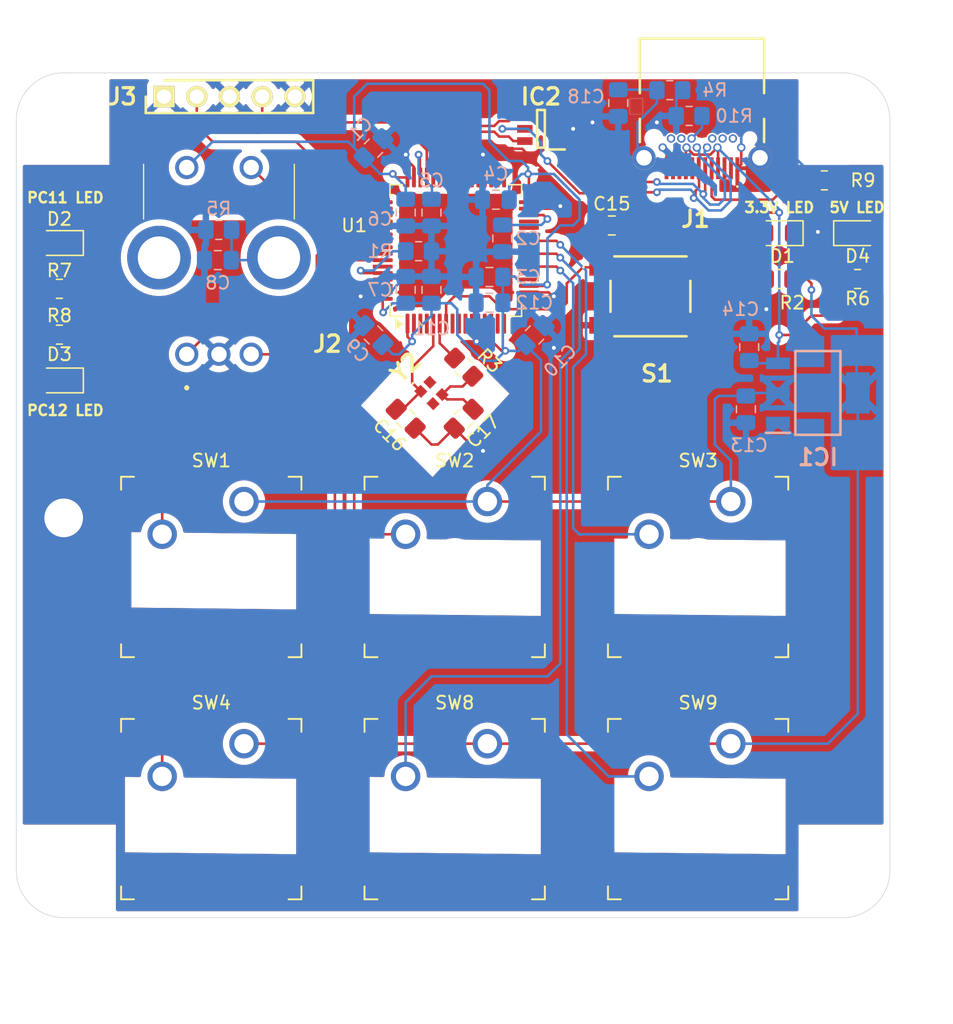
<source format=kicad_pcb>
(kicad_pcb (version 20240108) (generator "pcbnew") (generator_version "8.0")
  (layers (0 "F.Cu" signal) (31 "B.Cu" signal) (34 "B.Paste" user) (35 "F.Paste" user) (36 "B.SilkS" user "B.Silkscreen") (37 "F.SilkS" user "F.Silkscreen") (38 "B.Mask" user) (39 "F.Mask" user) (44 "Edge.Cuts" user))
  (net 0 "")
  (net 1 "GND")
  (net 2 "VBAT")
  (net 3 "VCAP1")
  (net 4 "VCAP2")
  (net 5 "+5V")
  (net 6 "PH0{slash}OSC IN")
  (net 7 "Net-(Y2-XTAL_2)")
  (net 8 "Net-(C18-Pad1)")
  (net 9 "Net-(U1-BOOT0)")
  (net 10 "PH1{slash}OSC OUT")
  (net 11 "USB+")
  (net 12 "PA13{slash}SWDIO")
  (net 13 "USB-")
  (net 14 "PA14{slash}SWCLK")
  (net 47 "D+")
  (net 48 "D-")
  (net 50 "Net-(C8-Pad1)")
  (net 65 "Net-(D1-A)")
  (net 66 "Net-(D2-A)")
  (net 67 "Net-(D3-A)")
  (net 68 "Net-(D4-A)")
  (net 71 "Net-(J1-CC2)")
  (net 72 "Net-(J1-CC1)")
  (net 73 "nRST")
  (net 74 "PB4{slash}Rotary B")
  (net 75 "PB3{slash}Rotary A")
  (net 76 "PA15{slash}Rotary SW")
  (net 77 "PC11{slash}Debug PC11")
  (net 78 "PC12{slash}Debug PC12")
  (net 79 "PB5{slash}Key 1")
  (net 80 "PB9{slash}Key 2")
  (net 81 "PB6{slash}Key 4")
  (net 82 "PA6{slash}Key 5")
  (net 83 "PC4{slash}Key 6")
  (net 84 "PB0{slash}Key 3")
  (footprint "LED_SMD:LED_0805_2012Metric_Pad1.15x1.40mm_HandSolder" (layer "F.Cu") (at 116.586001 38.1)
    (property "Reference" "D4")
    (property "Value" "LED" (hide yes))
  )
  (footprint "Resistor_SMD:R_0805_2012Metric_Pad1.20x1.40mm_HandSolder" (layer "F.Cu") (at 54.61 42.418 180)
    (property "Reference" "R7")
    (property "Value" "220" (hide yes))
  )
  (footprint "CustomFootprints:SW_MX" (layer "F.Cu") (at 66.402 82.804)
    (property "Reference" "SW4")
    (property "Value" "SW_Push" (hide yes))
  )
  (footprint "MountingHole:MountingHole_3.2mm_M3" (layer "F.Cu") (at 115.422999 87.559152)
    (property "Reference" "REF**" (hide yes))
    (property "Value" "MountingHole_3.2mm_M3" (hide yes))
  )
  (footprint "CustomFootprints:SOT95P280X145-6N" (layer "F.Cu") (at 92 30 180)
    (property "Reference" "IC2")
    (property "Value" "USBLC6-2SC6" (hide yes))
  )
  (footprint "CustomFootprints:SW_MX" (layer "F.Cu") (at 85.302 82.804)
    (property "Reference" "SW8")
    (property "Value" "SW_Push" (hide yes))
  )
  (footprint "LED_SMD:LED_0805_2012Metric_Pad1.15x1.40mm_HandSolder" (layer "F.Cu") (at 54.61 38.862 180)
    (property "Reference" "D2")
    (property "Value" "LED" (hide yes))
  )
  (footprint "Capacitor_SMD:C_0805_2012Metric_Pad1.18x1.45mm_HandSolder" (layer "F.Cu") (at 97.5 37.5)
    (property "Reference" "C15")
    (property "Value" "0.1u" (hide yes))
  )
  (footprint "CustomFootprints:HDRV5W64P0X254_1X5_1270X254X854P" (layer "F.Cu") (at 62.738 27.5)
    (property "Reference" "J3")
    (property "Value" "61300511121" (hide yes))
  )
  (footprint "Resistor_SMD:R_0805_2012Metric_Pad1.20x1.40mm_HandSolder" (layer "F.Cu") (at 54.61 45.974 180)
    (property "Reference" "R8")
    (property "Value" "220" (hide yes))
  )
  (footprint "CustomFootprints:222AMVBAR" (layer "F.Cu") (at 100.5 43)
    (property "Reference" "S1")
    (property "Value" "222AMVBAR" (hide yes))
  )
  (footprint "MountingHole:MountingHole_3.2mm_M3" (layer "F.Cu") (at 115.422995 29.32165)
    (property "Reference" "REF**" (hide yes))
    (property "Value" "MountingHole_3.2mm_M3" (hide yes))
  )
  (footprint "CustomFootprints:XRCGB" (layer "F.Cu") (at 83.5 50.5 -45)
    (property "Reference" "Y2")
    (property "Value" "XRCGB25M000FAN00R0" (hide yes))
  )
  (footprint "Resistor_SMD:R_0805_2012Metric_Pad1.20x1.40mm_HandSolder" (layer "F.Cu") (at 86 48.5 135)
    (property "Reference" "R3")
    (property "Value" "330" (hide yes))
  )
  (footprint "MountingHole:MountingHole_3.2mm_M3" (layer "F.Cu") (at 54.934849 87.559155)
    (property "Reference" "REF**" (hide yes))
    (property "Value" "MountingHole_3.2mm_M3" (hide yes))
  )
  (footprint "Capacitor_SMD:C_0805_2012Metric_Pad1.18x1.45mm_HandSolder" (layer "F.Cu") (at 86 52.5 -135)
    (property "Reference" "C17")
    (property "Value" "10p" (hide yes))
  )
  (footprint "CustomFootprints:EN11HSM1BF20" (layer "F.Cu") (at 64.5 47.5)
    (property "Reference" "J2")
    (property "Value" "EN11-HSM1BF20" (hide yes))
  )
  (footprint "CustomFootprints:SW_MX" (layer "F.Cu") (at 66.402 64.008)
    (property "Reference" "SW1")
    (property "Value" "SW_Push" (hide yes))
  )
  (footprint "Resistor_SMD:R_0805_2012Metric_Pad1.20x1.40mm_HandSolder" (layer "F.Cu") (at 116.586 41.656)
    (property "Reference" "R6")
    (property "Value" "330" (hide yes))
  )
  (footprint "CustomFootprints:SW_MX" (layer "F.Cu") (at 104.202 82.804)
    (property "Reference" "SW9")
    (property "Value" "SW_Push" (hide yes))
  )
  (footprint "Resistor_SMD:R_0805_2012Metric_Pad1.20x1.40mm_HandSolder" (layer "F.Cu") (at 110.49 41.656 180)
    (property "Reference" "R2")
    (property "Value" "220" (hide yes))
  )
  (footprint "MountingHole:MountingHole_3.2mm_M3" (layer "F.Cu") (at 54.864 29.21)
    (property "Reference" "REF**" (hide yes))
    (property "Value" "MountingHole_3.2mm_M3" (hide yes))
  )
  (footprint "Package_QFP:LQFP-64_10x10mm_P0.5mm" (layer "F.Cu") (at 85.388 39.445 90)
    (property "Reference" "U1")
    (property "Value" "STM32H7A3RGTx" (hide yes))
  )
  (footprint "CustomFootprints:UJ32CHGH2SMTTR" (layer "F.Cu") (at 104.5 28 180)
    (property "Reference" "J1")
    (property "Value" "UJ32-C-H-G-H2-SMT-TR" (hide yes))
  )
  (footprint "Resistor_SMD:R_0805_2012Metric_Pad1.20x1.40mm_HandSolder" (layer "F.Cu") (at 114 34)
    (property "Reference" "R9")
    (property "Value" "5.1k" (hide yes))
  )
  (footprint "LED_SMD:LED_0805_2012Metric_Pad1.15x1.40mm_HandSolder" (layer "F.Cu") (at 54.61 49.53 180)
    (property "Reference" "D3")
    (property "Value" "LED" (hide yes))
  )
  (footprint "CustomFootprints:SW_MX" (layer "F.Cu") (at 85.302 64.008)
    (property "Reference" "SW2")
    (property "Value" "SW_Push" (hide yes))
  )
  (footprint "Capacitor_SMD:C_0805_2012Metric_Pad1.18x1.45mm_HandSolder" (layer "F.Cu") (at 81.5 52.5 -45)
    (property "Reference" "C16")
    (property "Value" "10p" (hide yes))
  )
  (footprint "LED_SMD:LED_0805_2012Metric_Pad1.15x1.40mm_HandSolder" (layer "F.Cu") (at 110.49 38.1 180)
    (property "Reference" "D1")
    (property "Value" "LED" (hide yes))
  )
  (footprint "CustomFootprints:SW_MX" (layer "F.Cu") (at 104.202 64.008)
    (property "Reference" "SW3")
    (property "Value" "SW_Push" (hide yes))
  )
  (footprint "Capacitor_SMD:C_0805_2012Metric_Pad1.18x1.45mm_HandSolder" (layer "B.Cu") (at 88.5 35.5 180)
    (property "Reference" "C4")
    (property "Value" "100n" (hide yes))
  )
  (footprint "Capacitor_SMD:C_0805_2012Metric_Pad1.18x1.45mm_HandSolder" (layer "B.Cu") (at 79 31.5 45)
    (property "Reference" "C1")
    (property "Value" "4.7u" (hide yes))
  )
  (footprint "Capacitor_SMD:C_0805_2012Metric_Pad1.18x1.45mm_HandSolder" (layer "B.Cu") (at 81.5 36.5 -90)
    (property "Reference" "C6")
    (property "Value" "100n" (hide yes))
  )
  (footprint "Resistor_SMD:R_0805_2012Metric_Pad1.20x1.40mm_HandSolder" (layer "B.Cu") (at 102 27)
    (property "Reference" "R4")
    (property "Value" "1M" (hide yes))
  )
  (footprint "Capacitor_SMD:C_0805_2012Metric_Pad1.18x1.45mm_HandSolder" (layer "B.Cu") (at 79 46 135)
    (property "Reference" "C9")
    (property "Value" "1u" (hide yes))
  )
  (footprint "Capacitor_SMD:C_0805_2012Metric_Pad1.18x1.45mm_HandSolder" (layer "B.Cu") (at 107.911999 51.769999 -90)
    (property "Reference" "C13")
    (property "Value" "22u" (hide yes))
  )
  (footprint "Capacitor_SMD:C_0805_2012Metric_Pad1.18x1.45mm_HandSolder" (layer "B.Cu") (at 88 43.5 180)
    (property "Reference" "C12")
    (property "Value" "100n" (hide yes))
  )
  (footprint "Capacitor_SMD:C_0805_2012Metric_Pad1.18x1.45mm_HandSolder" (layer "B.Cu") (at 108.166 46.944 90)
    (property "Reference" "C14")
    (property "Value" "10u" (hide yes))
  )
  (footprint "Capacitor_SMD:C_0805_2012Metric_Pad1.18x1.45mm_HandSolder" (layer "B.Cu") (at 89 38.5 -90)
    (property "Reference" "C2")
    (property "Value" "100n" (hide yes))
  )
  (footprint "Capacitor_SMD:C_0805_2012Metric_Pad1.18x1.45mm_HandSolder" (layer "B.Cu") (at 83.5 42.5 90)
    (property "Reference" "C11")
    (property "Value" "100n" (hide yes))
  )
  (footprint "CustomFootprints:SOT230P700X180-4N" (layer "B.Cu") (at 113.5 50.5)
    (property "Reference" "IC1")
    (property "Value" "AZ1117IH-3.3TRG1" (hide yes))
  )
  (footprint "Capacitor_SMD:C_0805_2012Metric_Pad1.18x1.45mm_HandSolder" (layer "B.Cu") (at 83.5 36.5 -90)
    (property "Reference" "C5")
    (property "Value" "100n" (hide yes))
  )
  (footprint "Capacitor_SMD:C_0805_2012Metric_Pad1.18x1.45mm_HandSolder" (layer "B.Cu") (at 91.5 46 45)
    (property "Reference" "C10")
    (property "Value" "1u" (hide yes))
  )
  (footprint "Capacitor_SMD:C_0805_2012Metric_Pad1.18x1.45mm_HandSolder" (layer "B.Cu") (at 66.912 40.192 180)
    (property "Reference" "C8")
    (property "Value" "2.2n" (hide yes))
  )
  (footprint "Resistor_SMD:R_0805_2012Metric_Pad1.20x1.40mm_HandSolder" (layer "B.Cu") (at 103.5 29 180)
    (property "Reference" "R10")
    (property "Value" "5.1k" (hide yes))
  )
  (footprint "Capacitor_SMD:C_0805_2012Metric_Pad1.18x1.45mm_HandSolder" (layer "B.Cu") (at 81.5 42.5 90)
    (property "Reference" "C7")
    (property "Value" "100n" (hide yes))
  )
  (footprint "Resistor_SMD:R_0805_2012Metric_Pad1.20x1.40mm_HandSolder" (layer "B.Cu") (at 82.5 39.5)
    (property "Reference" "R1")
    (property "Value" "10k" (hide yes))
  )
  (footprint "Capacitor_SMD:C_0805_2012Metric_Pad1.18x1.45mm_HandSolder" (layer "B.Cu") (at 98 28 -90)
    (property "Reference" "C18")
    (property "Value" "2.2n" (hide yes))
  )
  (footprint "Capacitor_SMD:C_0805_2012Metric_Pad1.18x1.45mm_HandSolder" (layer "B.Cu") (at 88 41.5 180)
    (property "Reference" "C3")
    (property "Value" "100n" (hide yes))
  )
  (footprint "Resistor_SMD:R_0805_2012Metric_Pad1.20x1.40mm_HandSolder" (layer "B.Cu") (at 66.984 37.848 180)
    (property "Reference" "R5")
    (property "Value" "1M" (hide yes))
  )
  (gr_line (start 54.959132 25.654) (end 115.447995 25.654) (stroke (width 0.05)) (layer "Edge.Cuts"))
  (gr_arc (start 115.447995 25.654) (mid 118.033843 26.745654) (end 119.09065 29.345939) (stroke (width 0.05)) (layer "Edge.Cuts"))
  (gr_arc (start 54.909848 91.226807) (mid 52.324 90.135152) (end 51.267193 87.534868) (stroke (width 0.05)) (layer "Edge.Cuts"))
  (gr_arc (start 119.09065 87.584152) (mid 117.998995 90.17) (end 115.398711 91.226807) (stroke (width 0.05)) (layer "Edge.Cuts"))
  (gr_arc (start 51.267193 29.296655) (mid 52.358847 26.710806) (end 54.959132 25.654) (stroke (width 0.05)) (layer "Edge.Cuts"))
  (gr_line (start 119.09065 29.345939) (end 119.09065 87.584152) (stroke (width 0.05)) (layer "Edge.Cuts"))
  (gr_line (start 115.398711 91.226807) (end 54.909848 91.226807) (stroke (width 0.05)) (layer "Edge.Cuts"))
  (gr_line (start 51.267193 87.534868) (end 51.267193 29.296655) (stroke (width 0.05)) (layer "Edge.Cuts"))
  (gr_text "3.3V LED" (at 107.696 36.576 0) (layer "F.SilkS") (effects (font (size 0.8 0.8) (thickness 0.1875) (bold yes)) (justify left bottom)))
  (gr_text "PC11 LED" (at 52 35.814 0) (layer "F.SilkS") (effects (font (size 0.8 0.8) (thickness 0.1875) (bold yes)) (justify left bottom)))
  (gr_text "PC12 LED" (at 52 52.324 0) (layer "F.SilkS") (effects (font (size 0.8 0.8) (thickness 0.1875) (bold yes)) (justify left bottom)))
  (gr_text "5V LED" (at 114.3 36.576 0) (layer "F.SilkS") (effects (font (size 0.8 0.8) (thickness 0.1875) (bold yes)) (justify left bottom)))
  (segment (start 93.25 30) (end 94.5 30) (width 0.2) (layer "F.Cu") (net 1))
  (segment (start 82.138 32.96259) (end 82.138 33.77) (width 0.2) (layer "F.Cu") (net 1))
  (segment (start 96.525 45.25) (end 96.525 46.525) (width 0.2) (layer "F.Cu") (net 1))
  (segment (start 82.233623 53.233623) (end 83.5 54.5) (width 0.2) (layer "F.Cu") (net 1))
  (segment (start 83.5 54.5) (end 84 54.5) (width 0.2) (layer "F.Cu") (net 1))
  (segment (start 81.5 32) (end 81.5 32.32459) (width 0.2) (layer "F.Cu") (net 1))
  (segment (start 92.805 36.195) (end 91.063 36.195) (width 0.2) (layer "F.Cu") (net 1))
  (segment (start 115.561002 38.1) (end 115.561002 36.061002) (width 0.2) (layer "F.Cu") (net 1))
  (segment (start 55.634999 59.505708) (end 54.944022 60.196685) (width 0.2) (layer "F.Cu") (net 1))
  (segment (start 101.75 33.06) (end 101.75 31.75) (width 0.2) (layer "F.Cu") (net 1))
  (segment (start 89.8 31.5) (end 89.85 31.55) (width 0.2) (layer "F.Cu") (net 1))
  (segment (start 111.514999 38.1) (end 115.561002 38.1) (width 0.2) (layer "F.Cu") (net 1))
  (segment (start 114 43) (end 113.5 43.5) (width 0.2) (layer "F.Cu") (net 1))
  (segment (start 55.61 49.505) (end 55.635 49.53) (width 0.2) (layer "F.Cu") (net 1))
  (segment (start 114 42) (end 114 43) (width 0.2) (layer "F.Cu") (net 1))
  (segment (start 96.525 46.525) (end 97.5 47.5) (width 0.2) (layer "F.Cu") (net 1))
  (segment (start 92.596471 42.695) (end 92.901471 43) (width 0.2) (layer "F.Cu") (net 1))
  (segment (start 90.55 31.55) (end 93.5 34.5) (width 0.2) (layer "F.Cu") (net 1))
  (segment (start 87.032754 55) (end 87.5 55) (width 0.2) (layer "F.Cu") (net 1))
  (segment (start 87.138 45.12) (end 87.138 46.362) (width 0.2) (layer "F.Cu") (net 1))
  (segment (start 101 29.5) (end 99.5 29.5) (width 0.2) (layer "F.Cu") (net 1))
  (segment (start 78 43) (end 78.305 42.695) (width 0.2) (layer "F.Cu") (net 1))
  (segment (start 101.75 31.75) (end 101.45 31.45) (width 0.2) (layer "F.Cu") (net 1))
  (segment (start 98.5375 36.5375) (end 98.5375 37.5) (width 0.2) (layer "F.Cu") (net 1))
  (segment (start 107.25 33.06) (end 107.55 32.76) (width 0.2) (layer "F.Cu") (net 1))
  (segment (start 78.305 42.695) (end 79.713 42.695) (width 0.2) (layer "F.Cu") (net 1))
  (segment (start 93 47) (end 94.75 45.25) (width 0.2) (layer "F.Cu") (net 1))
  (segment (start 97.5 47.5) (end 103 47.5) (width 0.2) (layer "F.Cu") (net 1))
  (segment (start 89.85 31.55) (end 90.55 31.55) (width 0.2) (layer "F.Cu") (net 1))
  (segment (start 93.5 34.5) (end 93.5 36) (width 0.2) (layer "F.Cu") (net 1))
  (segment (start 96.5 30) (end 96 29.5) (width 0.2) (layer "F.Cu") (net 1))
  (segment (start 93 36) (end 92.805 36.195) (width 0.2) (layer "F.Cu") (net 1))
  (segment (start 93 36) (end 98 36) (width 0.2) (layer "F.Cu") (net 1))
  (segment (start 115 35.5) (end 115 34) (width 0.2) (layer "F.Cu") (net 1))
  (segment (start 91.063 42.695) (end 92.596471 42.695) (width 0.2) (layer "F.Cu") (net 1))
  (segment (start 88 31.5) (end 89.8 31.5) (width 0.2) (layer "F.Cu") (net 1))
  (segment (start 104.475 46.025) (end 104.475 45.25) (width 0.2) (layer "F.Cu") (net 1))
  (segment (start 115.561002 36.061002) (end 115 35.5) (width 0.2) (layer "F.Cu") (net 1))
  (segment (start 94.75 45.25) (end 96.525 45.25) (width 0.2) (layer "F.Cu") (net 1))
  (segment (start 103 47.5) (end 104.475 46.025) (width 0.2) (layer "F.Cu") (net 1))
  (segment (start 85.266377 53.233623) (end 87.032754 55) (width 0.2) (layer "F.Cu") (net 1))
  (segment (start 87.5 32) (end 88 31.5) (width 0.2) (layer "F.Cu") (net 1))
  (segment (start 99 30) (end 96.5 30) (width 0.2) (layer "F.Cu") (net 1))
  (segment (start 98 36) (end 98.5375 36.5375) (width 0.2) (layer "F.Cu") (net 1))
  (segment (start 113.5 41.5) (end 113.5 38) (width 0.2) (layer "F.Cu") (net 1))
  (segment (start 92.901471 43) (end 93 43) (width 0.2) (layer "F.Cu") (net 1))
  (segment (start 107.55 32.76) (end 107.55 31.45) (width 0.2) (layer "F.Cu") (net 1))
  (segment (start 99.5 29.5) (end 99 30) (width 0.2) (layer "F.Cu") (net 1))
  (segment (start 113.5 43.5) (end 110 43.5) (width 0.2) (layer "F.Cu") (net 1))
  (segment (start 87.138 46.362) (end 87 46.5) (width 0.2) (layer "F.Cu") (net 1))
  (segment (start 114 42) (end 113.5 41.5) (width 0.2) (layer "F.Cu") (net 1))
  (segment (start 81.5 32.32459) (end 82.138 32.96259) (width 0.2) (layer "F.Cu") (net 1))
  (segment (start 84 54.5) (end 85.266377 53.233623) (width 0.2) (layer "F.Cu") (net 1))
  (segment (start 110 43.5) (end 109.5 44) (width 0.2) (layer "F.Cu") (net 1))
  (segment (start 55.634999 49.53) (end 55.634999 59.505708) (width 0.2) (layer "F.Cu") (net 1))
  (via (at 81.5 32) (size 0.6) (drill 0.3) (layers "F.Cu" "B.Cu") (net 1))
  (via (at 113.5 38) (size 0.6) (drill 0.3) (layers "F.Cu" "B.Cu") (net 1))
  (via (at 54.944022 60.196685) (size 6) (drill 3) (layers "F.Cu" "B.Cu") (net 1))
  (via (at 96 29.5) (size 0.6) (drill 0.3) (layers "F.Cu" "B.Cu") (net 1))
  (via (at 109.5 44) (size 0.6) (drill 0.3) (layers "F.Cu" "B.Cu") (net 1))
  (via (at 101 29.5) (size 0.6) (drill 0.3) (layers "F.Cu" "B.Cu") (net 1))
  (via (at 93 43) (size 0.6) (drill 0.3) (layers "F.Cu" "B.Cu") (net 1))
  (via (at 87 46.5) (size 0.6) (drill 0.3) (layers "F.Cu" "B.Cu") (net 1))
  (via (at 93 47) (size 0.6) (drill 0.3) (layers "F.Cu" "B.Cu") (net 1))
  (via (at 87.5 55) (size 0.6) (drill 0.3) (layers "F.Cu" "B.Cu") (net 1))
  (via (at 94.5 30) (size 0.6) (drill 0.3) (layers "F.Cu" "B.Cu") (net 1))
  (via (at 93.5 36) (size 0.6) (drill 0.3) (layers "F.Cu" "B.Cu") (net 1))
  (via (at 87.5 32) (size 0.6) (drill 0.3) (layers "F.Cu" "B.Cu") (net 1))
  (via (at 78 43) (size 0.6) (drill 0.3) (layers "F.Cu" "B.Cu") (net 1))
  (segment (start 93 44.5) (end 93 43) (width 0.2) (layer "B.Cu") (net 1))
  (segment (start 80.4625 42.5) (end 81.5 41.4625) (width 0.2) (layer "B.Cu") (net 1))
  (segment (start 109.575 30.075) (end 113.5 34) (width 0.2) (layer "B.Cu") (net 1))
  (segment (start 84.9625 37.5375) (end 85.5 37) (width 0.2) (layer "B.Cu") (net 1))
  (segment (start 86.9625 41.5) (end 86.9625 40.5375) (width 0.2) (layer "B.Cu") (net 1))
  (segment (start 81.5 37.5375) (end 83.5 37.5375) (width 0.2) (layer "B.Cu") (net 1))
  (segment (start 86.9625 43.5) (end 86.9625 46.4625) (width 0.2) (layer "B.Cu") (net 1))
  (segment (start 85.5 36.5) (end 86.5 35.5) (width 0.2) (layer "B.Cu") (net 1))
  (segment (start 107.55 30.372) (end 107.847 30.075) (width 0.2) (layer "B.Cu") (net 1))
  (segment (start 80.967246 32) (end 81.5 32) (width 0.2) (layer "B.Cu") (net 1))
  (segment (start 102.5 29) (end 102.5 27.5) (width 0.2) (layer "B.Cu") (net 1))
  (segment (start 113.5 34) (end 113.5 38) (width 0.2) (layer "B.Cu") (net 1))
  (segment (start 83.5 39.5) (end 83.5 41.4625) (width 0.2) (layer "B.Cu") (net 1))
  (segment (start 78 43.5) (end 77.5 44) (width 0.2) (layer "B.Cu") (net 1))
  (segment (start 107.55 31.45) (end 107.55 30.372) (width 0.2) (layer "B.Cu") (net 1))
  (segment (start 86.9625 43.5) (end 86.9625 41.5) (width 0.2) (layer "B.Cu") (net 1))
  (segment (start 98 29.0375) (end 96.4625 29.0375) (width 0.2) (layer "B.Cu") (net 1))
  (segment (start 86.9625 40.5375) (end 87.9625 39.5375) (width 0.2) (layer "B.Cu") (net 1))
  (segment (start 107.847 30.075) (end 109.575 30.075) (width 0.2) (layer "B.Cu") (net 1))
  (segment (start 92.233623 45.266377) (end 93 44.5) (width 0.2) (layer "B.Cu") (net 1))
  (segment (start 96.4625 29.0375) (end 96 29.5) (width 0.2) (layer "B.Cu") (net 1))
  (segment (start 77.5 44) (end 77.5 44.5) (width 0.2) (layer "B.Cu") (net 1))
  (segment (start 78 43) (end 78.5 42.5) (width 0.2) (layer "B.Cu") (net 1))
  (segment (start 78 43) (end 78 43.5) (width 0.2) (layer "B.Cu") (net 1))
  (segment (start 83.5 41.4625) (end 86.925 41.4625) (width 0.2) (layer "B.Cu") (net 1))
  (segment (start 77.5 44.5) (end 78.266377 45.266377) (width 0.2) (layer "B.Cu") (net 1))
  (segment (start 83.5 37.5375) (end 83.5 39.5) (width 0.2) (layer "B.Cu") (net 1))
  (segment (start 78.5 42.5) (end 80.4625 42.5) (width 0.2) (layer "B.Cu") (net 1))
  (segment (start 83.5 37.5375) (end 84.9625 37.5375) (width 0.2) (layer "B.Cu") (net 1))
  (segment (start 83.5 41.4625) (end 81.5 41.4625) (width 0.2) (layer "B.Cu") (net 1))
  (segment (start 85.5 37) (end 85.5 36.5) (width 0.2) (layer "B.Cu") (net 1))
  (segment (start 87.4625 35.5) (end 87.4625 32.0375) (width 0.2) (layer "B.Cu") (net 1))
  (segment (start 86.9625 46.4625) (end 87 46.5) (width 0.2) (layer "B.Cu") (net 1))
  (segment (start 93 46.032754) (end 93 47) (width 0.2) (layer "B.Cu") (net 1))
  (segment (start 102.5 27.5) (end 103 27) (width 0.2) (layer "B.Cu") (net 1))
  (segment (start 87.4625 32.0375) (end 87.5 32) (width 0.2) (layer "B.Cu") (net 1))
  (segment (start 110.3925 52.8075) (end 110.4 52.8) (width 0.2) (layer "B.Cu") (net 1))
  (segment (start 87.9625 39.5375) (end 89 39.5375) (width 0.2) (layer "B.Cu") (net 1))
  (segment (start 92.233623 45.266377) (end 93 46.032754) (width 0.2) (layer "B.Cu") (net 1))
  (segment (start 86.925 41.4625) (end 86.9625 41.5) (width 0.2) (layer "B.Cu") (net 1))
  (segment (start 79.733623 30.766377) (end 80.967246 32) (width 0.2) (layer "B.Cu") (net 1))
  (segment (start 86.5 35.5) (end 87.4625 35.5) (width 0.2) (layer "B.Cu") (net 1))
  (segment (start 106.742 77.724) (end 87.842 77.724) (width 0.2) (layer "F.Cu") (net 2))
  (segment (start 113 42) (end 112.656 41.656) (width 0.2) (layer "F.Cu") (net 2))
  (segment (start 92.382802 42.195) (end 91.063 42.195) (width 0.2) (layer "F.Cu") (net 2))
  (segment (start 87.842 77.724) (end 68.942 77.724) (width 0.2) (layer "F.Cu") (net 2))
  (segment (start 106.742 58.928) (end 87.842 58.928) (width 0.2) (layer "F.Cu") (net 2))
  (segment (start 82 46.5) (end 81.638 46.138) (width 0.2) (layer "F.Cu") (net 2))
  (segment (start 87.638 45.92741) (end 87.638 45.12) (width 0.2) (layer "F.Cu") (net 2))
  (segment (start 79.713 44.213) (end 79.713 43.195) (width 0.2) (layer "F.Cu") (net 2))
  (segment (start 112.656 41.656) (end 111.49 41.656) (width 0.2) (layer "F.Cu") (net 2))
  (segment (start 92.482802 42.095) (end 92.382802 42.195) (width 0.2) (layer "F.Cu") (net 2))
  (segment (start 91 33.5) (end 91.063 33.563) (width 0.2) (layer "F.Cu") (net 2))
  (segment (start 81.638 46.138) (end 81.638 45.12) (width 0.2) (layer "F.Cu") (net 2))
  (segment (start 113 42.5) (end 113 42) (width 0.2) (layer "F.Cu") (net 2))
  (segment (start 80.77 33.77) (end 81.638 33.77) (width 0.2) (layer "F.Cu") (net 2))
  (segment (start 88.944213 47.233623) (end 87.638 45.92741) (width 0.2) (layer "F.Cu") (net 2))
  (segment (start 89.233623 47.233623) (end 88.944213 47.233623) (width 0.2) (layer "F.Cu") (net 2))
  (segment (start 79.75 44.25) (end 79.713 44.213) (width 0.2) (layer "F.Cu") (net 2))
  (segment (start 91.063 33.563) (end 91.063 35.695) (width 0.2) (layer "F.Cu") (net 2))
  (segment (start 80.5 33.5) (end 80.77 33.77) (width 0.2) (layer "F.Cu") (net 2))
  (via (at 79.75 44.25) (size 0.6) (drill 0.3) (layers "F.Cu" "B.Cu") (net 2))
  (via (at 80.5 33.5) (size 0.6) (drill 0.3) (layers "F.Cu" "B.Cu") (net 2))
  (via (at 89.233623 47.233623) (size 0.6) (drill 0.3) (layers "F.Cu" "B.Cu") (net 2))
  (via (at 92.482802 42.095) (size 0.6) (drill 0.3) (layers "F.Cu" "B.Cu") (net 2))
  (via (at 82 46.5) (size 0.6) (drill 0.3) (layers "F.Cu" "B.Cu") (net 2))
  (via (at 113 42.5) (size 0.6) (drill 0.3) (layers "F.Cu" "B.Cu") (net 2))
  (via (at 91 33.5) (size 0.6) (drill 0.3) (layers "F.Cu" "B.Cu") (net 2))
  (segment (start 89.233623 47.233623) (end 89.0375 47.0375) (width 0.2) (layer "B.Cu") (net 2))
  (segment (start 82 46) (end 82 46.5) (width 0.2) (layer "B.Cu") (net 2))
  (segment (start 116.5 45.5) (end 116.5 50.4) (width 0.2) (layer "B.Cu") (net 2))
  (segment (start 77.5 27.5) (end 77.5 31.467246) (width 0.2) (layer "B.Cu") (net 2))
  (segment (start 106.742 55.742) (end 106.742 58.928) (width 0.2) (layer "B.Cu") (net 2))
  (segment (start 83.5 44.5) (end 82 46) (width 0.2) (layer "B.Cu") (net 2))
  (segment (start 88 31) (end 88 27) (width 0.2) (layer "B.Cu") (net 2))
  (segment (start 92.482802 42.095) (end 90.595 42.095) (width 0.2) (layer "B.Cu") (net 2))
  (segment (start 83.5 43.5375) (end 84.9625 43.5375) (width 0.2) (layer "B.Cu") (net 2))
  (segment (start 114 45.5) (end 116.5 45.5) (width 0.2) (layer "B.Cu") (net 2))
  (segment (start 108.144498 50.5) (end 107.911999 50.732499) (width 0.2) (layer "B.Cu") (net 2))
  (segment (start 116.6 50.5) (end 116.6 75.4) (width 0.2) (layer "B.Cu") (net 2))
  (segment (start 105.5 54.5) (end 106.742 55.742) (width 0.2) (layer "B.Cu") (net 2))
  (segment (start 92 53.5) (end 87.842 57.658) (width 0.2) (layer "B.Cu") (net 2))
  (segment (start 81.5 43.5375) (end 80.4625 43.5375) (width 0.2) (layer "B.Cu") (net 2))
  (segment (start 89.5375 34.4625) (end 90.5 33.5) (width 0.2) (layer "B.Cu") (net 2))
  (segment (start 81 47.5) (end 82 46.5) (width 0.2) (layer "B.Cu") (net 2))
  (segment (start 113 42.5) (end 113 44.5) (width 0.2) (layer "B.Cu") (net 2))
  (segment (start 92 47.967246) (end 92 53.5) (width 0.2) (layer "B.Cu") (net 2))
  (segment (start 88.5 48) (end 88.5 47.967246) (width 0.2) (layer "B.Cu") (net 2))
  (segment (start 81.5 34.5) (end 80.5 33.5) (width 0.2) (layer "B.Cu") (net 2))
  (segment (start 80.5 47.5) (end 81 47.5) (width 0.2) (layer "B.Cu") (net 2))
  (segment (start 77.5 31.467246) (end 78.266377 32.233623) (width 0.2) (layer "B.Cu") (net 2))
  (segment (start 89.5375 35.5) (end 89.5375 34.4625) (width 0.2) (layer "B.Cu") (net 2))
  (segment (start 81.5 43.5375) (end 83.5 43.5375) (width 0.2) (layer "B.Cu") (net 2))
  (segment (start 88 27) (end 87.5 26.5) (width 0.2) (layer "B.Cu") (net 2))
  (segment (start 90.595 42.095) (end 89.9625 41.4625) (width 0.2) (layer "B.Cu") (net 2))
  (segment (start 85.5 46) (end 87.5 48) (width 0.2) (layer "B.Cu") (net 2))
  (segment (start 92.5 42.077802) (end 92.5 38.5) (width 0.2) (layer "B.Cu") (net 2))
  (segment (start 116.5 50.4) (end 116.6 50.5) (width 0.2) (layer "B.Cu") (net 2))
  (segment (start 94.5 37.5) (end 95 37) (width 0.2) (layer "B.Cu") (net 2))
  (segment (start 87.842 57.658) (end 87.842 58.928) (width 0.2) (layer "B.Cu") (net 2))
  (segment (start 92.482802 42.095) (end 92.5 42.077802) (width 0.2) (layer "B.Cu") (net 2))
  (segment (start 79.5 33.467246) (end 78.266377 32.233623) (width 0.2) (layer "B.Cu") (net 2))
  (segment (start 78.5 26.5) (end 77.5 27.5) (width 0.2) (layer "B.Cu") (net 2))
  (segment (start 87.5 48) (end 88.5 48) (width 0.2) (layer "B.Cu") (net 2))
  (segment (start 93.5 37.5) (end 94.5 37.5) (width 0.2) (layer "B.Cu") (net 2))
  (segment (start 116.6 75.4) (end 114.276 77.724) (width 0.2) (layer "B.Cu") (net 2))
  (segment (start 113 44.5) (end 114 45.5) (width 0.2) (layer "B.Cu") (net 2))
  (segment (start 89.9625 41.4625) (end 89 41.4625) (width 0.2) (layer "B.Cu") (net 2))
  (segment (start 105.5 51) (end 105.5 54.5) (width 0.2) (layer "B.Cu") (net 2))
  (segment (start 89.0375 47.0375) (end 89.0375 43.5) (width 0.2) (layer "B.Cu") (net 2))
  (segment (start 79.5 33.5) (end 79.5 33.467246) (width 0.2) (layer "B.Cu") (net 2))
  (segment (start 90.5 33.5) (end 91 33.5) (width 0.2) (layer "B.Cu") (net 2))
  (segment (start 90.266377 47.233623) (end 90.766377 46.733623) (width 0.2) (layer "B.Cu") (net 2))
  (segment (start 114.276 77.724) (end 106.742 77.724) (width 0.2) (layer "B.Cu") (net 2))
  (segment (start 89.0375 41.5) (end 89.0375 43.5) (width 0.2) (layer "B.Cu") (net 2))
  (segment (start 88.5 47.967246) (end 89.233623 47.233623) (width 0.2) (layer "B.Cu") (net 2))
  (segment (start 81.5 35.4625) (end 81.5 34.5) (width 0.2) (layer "B.Cu") (net 2))
  (segment (start 93 33.5) (end 91 33.5) (width 0.2) (layer "B.Cu") (net 2))
  (segment (start 84.9625 43.5375) (end 85 43.5) (width 0.2) (layer "B.Cu") (net 2))
  (segment (start 85 43.5) (end 85.5 44) (width 0.2) (layer "B.Cu") (net 2))
  (segment (start 91 33) (end 90.5 32.5) (width 0.2) (layer "B.Cu") (net 2))
  (segment (start 85.5 44) (end 85.5 46) (width 0.2) (layer "B.Cu") (net 2))
  (segment (start 110.4 50.5) (end 108.144498 50.5) (width 0.2) (layer "B.Cu") (net 2))
  (segment (start 90.766377 46.733623) (end 92 47.967246) (width 0.2) (layer "B.Cu") (net 2))
  (segment (start 89.233623 47.233623) (end 90.266377 47.233623) (width 0.2) (layer "B.Cu") (net 2))
  (segment (start 90.5 32.5) (end 89.5 32.5) (width 0.2) (layer "B.Cu") (net 2))
  (segment (start 91 33.5) (end 91 33) (width 0.2) (layer "B.Cu") (net 2))
  (segment (start 87.842 58.928) (end 68.942 58.928) (width 0.2) (layer "B.Cu") (net 2))
  (segment (start 66.5 31) (end 64.5 33) (width 0.2) (layer "B.Cu") (net 2))
  (segment (start 83.5 43.5375) (end 83.5 44.5) (width 0.2) (layer "B.Cu") (net 2))
  (segment (start 107.911999 50.732499) (end 105.767501 50.732499) (width 0.2) (layer "B.Cu") (net 2))
  (segment (start 87.5 26.5) (end 78.5 26.5) (width 0.2) (layer "B.Cu") (net 2))
  (segment (start 78.266377 32.233623) (end 77.032754 31) (width 0.2) (layer "B.Cu") (net 2))
  (segment (start 92.5 38.5) (end 93.5 37.5) (width 0.2) (layer "B.Cu") (net 2))
  (segment (start 79.733623 46.733623) (end 80.5 47.5) (width 0.2) (layer "B.Cu") (net 2))
  (segment (start 77.032754 31) (end 66.5 31) (width 0.2) (layer "B.Cu") (net 2))
  (segment (start 89.5 32.5) (end 88 31) (width 0.2) (layer "B.Cu") (net 2))
  (segment (start 80.4625 43.5375) (end 79.75 44.25) (width 0.2) (layer "B.Cu") (net 2))
  (segment (start 95 35.5) (end 93 33.5) (width 0.2) (layer "B.Cu") (net 2))
  (segment (start 105.767501 50.732499) (end 105.5 51) (width 0.2) (layer "B.Cu") (net 2))
  (segment (start 95 37) (end 95 35.5) (width 0.2) (layer "B.Cu") (net 2))
  (segment (start 80.5 33.5) (end 79.5 33.5) (width 0.2) (layer "B.Cu") (net 2))
  (segment (start 91.063 36.695) (end 92.195 36.695) (width 0.2) (layer "F.Cu") (net 3))
  (segment (start 92.195 36.695) (end 92.5 37) (width 0.2) (layer "F.Cu") (net 3))
  (via (at 92.5 37) (size 0.6) (drill 0.3) (layers "F.Cu" "B.Cu") (net 3))
  (segment (start 89 37.4625) (end 92.0375 37.4625) (width 0.2) (layer "B.Cu") (net 3))
  (segment (start 92.0375 37.4625) (end 92.5 37) (width 0.2) (layer "B.Cu") (net 3))
  (segment (start 82.6 32.1) (end 82.5 32) (width 0.2) (layer "F.Cu") (net 4))
  (segment (start 82.638 33.77) (end 82.6 33.732) (width 0.2) (layer "F.Cu") (net 4))
  (segment (start 82.6 33.732) (end 82.6 32.1) (width 0.2) (layer "F.Cu") (net 4))
  (via (at 82.5 32) (size 0.6) (drill 0.3) (layers "F.Cu" "B.Cu") (net 4))
  (segment (start 82.5 33.5) (end 82.5 32) (width 0.2) (layer "B.Cu") (net 4))
  (segment (start 83.5375 35.5) (end 83.5375 34.5375) (width 0.2) (layer "B.Cu") (net 4))
  (segment (start 83.5375 34.5375) (end 82.5 33.5) (width 0.2) (layer "B.Cu") (net 4))
  (segment (start 103.85 32) (end 103.3 31.45) (width 0.2) (layer "F.Cu") (net 5))
  (segment (start 95.5 35) (end 95 35) (width 0.2) (layer "F.Cu") (net 5))
  (segment (start 105.15 32) (end 103.85 32) (width 0.2) (layer "F.Cu") (net 5))
  (segment (start 103.25 33.06) (end 103.25 31.5) (width 0.2) (layer "F.Cu") (net 5))
  (segment (start 110.5 36.5) (end 109 36.5) (width 0.2) (layer "F.Cu") (net 5))
  (segment (start 105.7 31.45) (end 105.15 32) (width 0.2) (layer "F.Cu") (net 5))
  (segment (start 100.5 37.5) (end 98.5 35.5) (width 0.2) (layer "F.Cu") (net 5))
  (segment (start 103.25 31.5) (end 103.3 31.45) (width 0.2) (layer "F.Cu") (net 5))
  (segment (start 105.75 31.5) (end 105.7 31.45) (width 0.2) (layer "F.Cu") (net 5))
  (segment (start 108 37.5) (end 100.5 37.5) (width 0.2) (layer "F.Cu") (net 5))
  (segment (start 96 35.5) (end 95.5 35) (width 0.2) (layer "F.Cu") (net 5))
  (segment (start 90.75 30) (end 89 30) (width 0.2) (layer "F.Cu") (net 5))
  (segment (start 109 36.5) (end 108 37.5) (width 0.2) (layer "F.Cu") (net 5))
  (segment (start 115.586 43.914) (end 115.586 41.656) (width 0.2) (layer "F.Cu") (net 5))
  (segment (start 110.5 46) (end 111.5 46) (width 0.2) (layer "F.Cu") (net 5))
  (segment (start 111.5 46) (end 113 44.5) (width 0.2) (layer "F.Cu") (net 5))
  (segment (start 98.5 35.5) (end 96 35.5) (width 0.2) (layer "F.Cu") (net 5))
  (segment (start 95 35) (end 92.5 32.5) (width 0.2) (layer "F.Cu") (net 5))
  (segment (start 115 44.5) (end 115.586 43.914) (width 0.2) (layer "F.Cu") (net 5))
  (segment (start 113 44.5) (end 115 44.5) (width 0.2) (layer "F.Cu") (net 5))
  (segment (start 105.75 33.06) (end 105.75 31.5) (width 0.2) (layer "F.Cu") (net 5))
  (via (at 89 30) (size 0.6) (drill 0.3) (layers "F.Cu" "B.Cu") (net 5))
  (via (at 110.5 36.5) (size 0.6) (drill 0.3) (layers "F.Cu" "B.Cu") (net 5))
  (via (at 110.5 46) (size 0.6) (drill 0.3) (layers "F.Cu" "B.Cu") (net 5))
  (via (at 92.5 32.5) (size 0.6) (drill 0.3) (layers "F.Cu" "B.Cu") (net 5))
  (segment (start 92 32) (end 92 31) (width 0.2) (layer "B.Cu") (net 5))
  (segment (start 110.5 46.5) (end 110.4 46.6) (width 0.2) (layer "B.Cu") (net 5))
  (segment (start 110.5 36.25) (end 105.7 31.45) (width 0.2) (layer "B.Cu") (net 5))
  (segment (start 92 31) (end 91 30) (width 0.2) (layer "B.Cu") (net 5))
  (segment (start 92.5 32.5) (end 92 32) (width 0.2) (layer "B.Cu") (net 5))
  (segment (start 108.3845 48.2) (end 108.166 47.9815) (width 0.2) (layer "B.Cu") (net 5))
  (segment (start 110.5 36.5) (end 110.5 36.25) (width 0.2) (layer "B.Cu") (net 5))
  (segment (start 110.4 46.6) (end 110.4 48.2) (width 0.2) (layer "B.Cu") (net 5))
  (segment (start 91 30) (end 89 30) (width 0.2) (layer "B.Cu") (net 5))
  (segment (start 110.181501 47.981499) (end 110.4 48.2) (width 0.2) (layer "B.Cu") (net 5))
  (segment (start 110.5 46) (end 110.5 46.5) (width 0.2) (layer "B.Cu") (net 5))
  (segment (start 110.5 46) (end 110.5 36.5) (width 0.2) (layer "B.Cu") (net 5))
  (segment (start 110.4 48.2) (end 108.3845 48.2) (width 0.2) (layer "B.Cu") (net 5))
  (segment (start 82 49.707106) (end 82.66915 50.376256) (width 0.2) (layer "F.Cu") (net 6))
  (segment (start 83.638 45.12) (end 83.638 46.862) (width 0.2) (layer "F.Cu") (net 6))
  (segment (start 81.279029 51.766377) (end 82.66915 50.376256) (width 0.2) (layer "F.Cu") (net 6))
  (segment (start 80.766377 51.766377) (end 81.279029 51.766377) (width 0.2) (layer "F.Cu") (net 6))
  (segment (start 83.638 46.862) (end 82 48.5) (width 0.2) (layer "F.Cu") (net 6))
  (segment (start 82 48.5) (end 82 49.707106) (width 0.2) (layer "F.Cu") (net 6))
  (segment (start 84.707106 51) (end 85.967246 51) (width 0.2) (layer "F.Cu") (net 7))
  (segment (start 84.954594 50) (end 85.914214 50) (width 0.2) (layer "F.Cu") (net 7))
  (segment (start 85.967246 51) (end 86.733623 51.766377) (width 0.2) (layer "F.Cu") (net 7))
  (segment (start 84.33085 50.623744) (end 84.954594 50) (width 0.2) (layer "F.Cu") (net 7))
  (segment (start 84.33085 50.623744) (end 84.707106 51) (width 0.2) (layer "F.Cu") (net 7))
  (segment (start 85.914214 50) (end 86.707107 49.207107) (width 0.2) (layer "F.Cu") (net 7))
  (segment (start 100 32.25) (end 99.5 31.75) (width 0.2) (layer "B.Cu") (net 8))
  (segment (start 100.9625 26.9625) (end 101 27) (width 0.2) (layer "B.Cu") (net 8))
  (segment (start 101 28) (end 101 27) (width 0.2) (layer "B.Cu") (net 8))
  (segment (start 98 26.9625) (end 100.9625 26.9625) (width 0.2) (layer "B.Cu") (net 8))
  (segment (start 99.5 31.75) (end 99.5 29.5) (width 0.2) (layer "B.Cu") (net 8))
  (segment (start 99.5 29.5) (end 101 28) (width 0.2) (layer "B.Cu") (net 8))
  (segment (start 79.713 41.195) (end 78.195 41.195) (width 0.2) (layer "F.Cu") (net 9))
  (segment (start 78.195 41.195) (end 78 41) (width 0.2) (layer "F.Cu") (net 9))
  (via (at 78 41) (size 0.6) (drill 0.3) (layers "F.Cu" "B.Cu") (net 9))
  (segment (start 80.5 39.5) (end 79 41) (width 0.2) (layer "B.Cu") (net 9))
  (segment (start 79 41) (end 78 41) (width 0.2) (layer "B.Cu") (net 9))
  (segment (start 81.5 39.5) (end 80.5 39.5) (width 0.2) (layer "B.Cu") (net 9))
  (segment (start 84.138 46.638) (end 84.138 45.12) (width 0.2) (layer "F.Cu") (net 10))
  (segment (start 85.292893 47.792893) (end 84.138 46.638) (width 0.2) (layer "F.Cu") (net 10))
  (segment (start 90.75 29.05) (end 89.849999 29.05) (width 0.2) (layer "F.Cu") (net 11))
  (segment (start 83.663 32.582499) (end 83.638 32.607499) (width 0.2) (layer "F.Cu") (net 11))
  (segment (start 83.638 32.607499) (end 83.638 33.77) (width 0.2) (layer "F.Cu") (net 11))
  (segment (start 89.849999 29.05) (end 89.499999 29.4) (width 0.2) (layer "F.Cu") (net 11))
  (segment (start 88.376471 29.775) (end 84.4068 29.775) (width 0.2) (layer "F.Cu") (net 11))
  (segment (start 84.4068 29.775) (end 83.663 30.5188) (width 0.2) (layer "F.Cu") (net 11))
  (segment (start 83.663 30.5188) (end 83.663 32.582499) (width 0.2) (layer "F.Cu") (net 11))
  (segment (start 88.751471 29.4) (end 88.376471 29.775) (width 0.2) (layer "F.Cu") (net 11))
  (segment (start 89.499999 29.4) (end 88.751471 29.4) (width 0.2) (layer "F.Cu") (net 11))
  (segment (start 70.5 29.5) (end 70.5 29) (width 0.2) (layer "F.Cu") (net 12))
  (segment (start 70.358 28.858) (end 70.358 27.5) (width 0.2) (layer "F.Cu") (net 12))
  (segment (start 71 30) (end 70.5 29.5) (width 0.2) (layer "F.Cu") (net 12))
  (segment (start 81 29.5) (end 73 29.5) (width 0.2) (layer "F.Cu") (net 12))
  (segment (start 73 29.5) (end 72.5 30) (width 0.2) (layer "F.Cu") (net 12))
  (segment (start 83.138 31.638) (end 81 29.5) (width 0.2) (layer "F.Cu") (net 12))
  (segment (start 70.5 29) (end 70.358 28.858) (width 0.2) (layer "F.Cu") (net 12))
  (segment (start 83.138 33.77) (end 83.138 31.638) (width 0.2) (layer "F.Cu") (net 12))
  (segment (start 72.5 30) (end 71 30) (width 0.2) (layer "F.Cu") (net 12))
  (segment (start 84.113 32.582499) (end 84.138 32.607499) (width 0.2) (layer "F.Cu") (net 13))
  (segment (start 89.849999 30.95) (end 89.499999 30.6) (width 0.2) (layer "F.Cu") (net 13))
  (segment (start 88.376471 30.225) (end 84.5932 30.225) (width 0.2) (layer "F.Cu") (net 13))
  (segment (start 88.751471 30.6) (end 88.376471 30.225) (width 0.2) (layer "F.Cu") (net 13))
  (segment (start 89.499999 30.6) (end 88.751471 30.6) (width 0.2) (layer "F.Cu") (net 13))
  (segment (start 90.75 30.95) (end 89.849999 30.95) (width 0.2) (layer "F.Cu") (net 13))
  (segment (start 84.5932 30.225) (end 84.113 30.7052) (width 0.2) (layer "F.Cu") (net 13))
  (segment (start 84.138 32.607499) (end 84.138 33.77) (width 0.2) (layer "F.Cu") (net 13))
  (segment (start 84.113 30.7052) (end 84.113 32.582499) (width 0.2) (layer "F.Cu") (net 13))
  (segment (start 66.5 31) (end 65.278 29.778) (width 0.2) (layer "F.Cu") (net 14))
  (segment (start 73 31) (end 66.5 31) (width 0.2) (layer "F.Cu") (net 14))
  (segment (start 65.278 29.778) (end 65.278 27.5) (width 0.2) (layer "F.Cu") (net 14))
  (segment (start 79.713 35.695) (end 77.695 35.695) (width 0.2) (layer "F.Cu") (net 14))
  (segment (start 77.695 35.695) (end 73 31) (width 0.2) (layer "F.Cu") (net 14))
  (segment (start 104.1 31.45) (end 104.274999 31.275001) (width 0.2) (layer "F.Cu") (net 47))
  (segment (start 94.748529 29.4) (end 93.9 29.4) (width 0.2) (layer "F.Cu") (net 47))
  (segment (start 104.6 35.065687) (end 104.75 34.915687) (width 0.2) (layer "F.Cu") (net 47))
  (segment (start 93.9 29.4) (end 93.55 29.05) (width 0.2) (layer "F.Cu") (net 47))
  (segment (start 101 34.125) (end 99.473529 34.125) (width 0.2) (layer "F.Cu") (net 47))
  (segment (start 93.55 29.05) (end 93.25 29.05) (width 0.2) (layer "F.Cu") (net 47))
  (segment (start 104.75 34.915687) (end 104.75 33.06) (width 0.2) (layer "F.Cu") (net 47))
  (segment (start 104.1 31.45) (end 104.275 31.275) (width 0.2) (layer "F.Cu") (net 47))
  (segment (start 99.473529 34.125) (end 94.748529 29.4) (width 0.2) (layer "F.Cu") (net 47))
  (via (at 104.6 35.065687) (size 0.6) (drill 0.3) (layers "F.Cu" "B.Cu") (net 47))
  (via (at 101 34.125) (size 0.6) (drill 0.3) (layers "F.Cu" "B.Cu") (net 47))
  (segment (start 104.6 35.352514) (end 105.127708 35.880222) (width 0.2) (layer "B.Cu") (net 47))
  (segment (start 101.15 34.275) (end 103.809313 34.275) (width 0.2) (layer "B.Cu") (net 47))
  (segment (start 105.127708 35.880222) (end 105.801578 35.880222) (width 0.2) (layer "B.Cu") (net 47))
  (segment (start 106.275 35.4068) (end 106.275 34.0932) (width 0.2) (layer "B.Cu") (net 47))
  (segment (start 106.275 34.0932) (end 104.274999 32.093199) (width 0.2) (layer "B.Cu") (net 47))
  (segment (start 104.274999 32.093199) (end 104.274999 31.624999) (width 0.2) (layer "B.Cu") (net 47))
  (segment (start 103.809313 34.275) (end 104.6 35.065687) (width 0.2) (layer "B.Cu") (net 47))
  (segment (start 101 34.125) (end 101.15 34.275) (width 0.2) (layer "B.Cu") (net 47))
  (segment (start 105.801578 35.880222) (end 106.275 35.4068) (width 0.2) (layer "B.Cu") (net 47))
  (segment (start 104.274999 31.624999) (end 104.1 31.45) (width 0.2) (layer "B.Cu") (net 47))
  (segment (start 104.6 35.065687) (end 104.6 35.352514) (width 0.2) (layer "B.Cu") (net 47))
  (segment (start 104.9 31.45) (end 104.725001 31.275001) (width 0.2) (layer "F.Cu") (net 48))
  (segment (start 99.106804 34.925003) (end 94.781801 30.6) (width 0.2) (layer "F.Cu") (net 48))
  (segment (start 104.275 33.792548) (end 104.275 33.785) (width 0.2) (layer "F.Cu") (net 48))
  (segment (start 104 34.817158) (end 104.275 34.542158) (width 0.2) (layer "F.Cu") (net 48))
  (segment (start 103.862637 35.37601) (end 104 35.238647) (width 0.2) (layer "F.Cu") (net 48))
  (segment (start 101 34.925003) (end 99.106804 34.925003) (width 0.2) (layer "F.Cu") (net 48))
  (segment (start 104.25 33.76) (end 104.25 33.06) (width 0.2) (layer "F.Cu") (net 48))
  (segment (start 94.781801 30.6) (end 93.9 30.6) (width 0.2) (layer "F.Cu") (net 48))
  (segment (start 93.9 30.6) (end 93.55 30.95) (width 0.2) (layer "F.Cu") (net 48))
  (segment (start 104.9 31.45) (end 104.725 31.275) (width 0.2) (layer "F.Cu") (net 48))
  (segment (start 104.275 34.542158) (end 104.275 33.785) (width 0.2) (layer "F.Cu") (net 48))
  (segment (start 93.55 30.95) (end 93.25 30.95) (width 0.2) (layer "F.Cu") (net 48))
  (segment (start 104 35.238647) (end 104 34.817158) (width 0.2) (layer "F.Cu") (net 48))
  (segment (start 104.275 33.785) (end 104.25 33.76) (width 0.2) (layer "F.Cu") (net 48))
  (via (at 103.862637 35.37601) (size 0.6) (drill 0.3) (layers "F.Cu" "B.Cu") (net 48))
  (via (at 101 34.925003) (size 0.6) (drill 0.3) (layers "F.Cu" "B.Cu") (net 48))
  (segment (start 106.725 35.5932) (end 106.725 33.9068) (width 0.2) (layer "B.Cu") (net 48))
  (segment (start 106.725 33.9068) (end 104.725001 31.906801) (width 0.2) (layer "B.Cu") (net 48))
  (segment (start 101.200003 34.725) (end 103.622916 34.725) (width 0.2) (layer "B.Cu") (net 48))
  (segment (start 104.9 31.613603) (end 104.9 31.5) (width 0.2) (layer "B.Cu") (net 48))
  (segment (start 104.9 31.5) (end 104.9 31.45) (width 0.2) (layer "B.Cu") (net 48))
  (segment (start 101 34.925003) (end 101.200003 34.725) (width 0.2) (layer "B.Cu") (net 48))
  (segment (start 103.862637 34.964721) (end 103.862637 35.37601) (width 0.2) (layer "B.Cu") (net 48))
  (segment (start 103.862637 35.37601) (end 104.05781 35.37601) (width 0.2) (layer "B.Cu") (net 48))
  (segment (start 105.012022 36.330222) (end 105.987978 36.330222) (width 0.2) (layer "B.Cu") (net 48))
  (segment (start 104.725001 31.624999) (end 104.9 31.45) (width 0.2) (layer "B.Cu") (net 48))
  (segment (start 103.622916 34.725) (end 103.862637 34.964721) (width 0.2) (layer "B.Cu") (net 48))
  (segment (start 105.987978 36.330222) (end 106.725 35.5932) (width 0.2) (layer "B.Cu") (net 48))
  (segment (start 104.725001 31.906801) (end 104.725001 31.624999) (width 0.2) (layer "B.Cu") (net 48))
  (segment (start 104.05781 35.37601) (end 105.012022 36.330222) (width 0.2) (layer "B.Cu") (net 48))
  (segment (start 71.458 40.192) (end 71.65 40) (width 0.2) (layer "B.Cu") (net 50))
  (segment (start 67.984 40.1575) (end 67.9495 40.192) (width 0.2) (layer "B.Cu") (net 50))
  (segment (start 67.9495 40.192) (end 71.458 40.192) (width 0.2) (layer "B.Cu") (net 50))
  (segment (start 67.984 37.848) (end 67.984 40.1575) (width 0.2) (layer "B.Cu") (net 50))
  (segment (start 109.465001 41.631001) (end 109.49 41.656) (width 0.2) (layer "F.Cu") (net 65))
  (segment (start 109.465001 38.1) (end 109.465001 41.631001) (width 0.2) (layer "F.Cu") (net 65))
  (segment (start 53.61 42.418) (end 53.61 38.886999) (width 0.2) (layer "F.Cu") (net 66))
  (segment (start 53.61 38.886999) (end 53.585001 38.862) (width 0.2) (layer "F.Cu") (net 66))
  (segment (start 53.61 49.505001) (end 53.585001 49.53) (width 0.2) (layer "F.Cu") (net 67))
  (segment (start 53.61 45.974) (end 53.61 49.505001) (width 0.2) (layer "F.Cu") (net 67))
  (segment (start 117.611 38.1) (end 117.611 41.631) (width 0.2) (layer "F.Cu") (net 68))
  (segment (start 117.611 41.631) (end 117.586 41.656) (width 0.2) (layer "F.Cu") (net 68))
  (segment (start 104.5 29.95) (end 103.7 30.75) (width 0.2) (layer "B.Cu") (net 71))
  (segment (start 104.5 29) (end 104.5 29.95) (width 0.2) (layer "B.Cu") (net 71))
  (segment (start 111.5 34) (end 110 35.5) (width 0.2) (layer "F.Cu") (net 72))
  (segment (start 105.5 35.5) (end 105.25 35.25) (width 0.2) (layer "F.Cu") (net 72))
  (segment (start 105.25 33.06) (end 105.25 33.76) (width 0.2) (layer "F.Cu") (net 72))
  (segment (start 110 35.5) (end 105.5 35.5) (width 0.2) (layer "F.Cu") (net 72))
  (segment (start 105.25 35.25) (end 105.25 33.06) (width 0.2) (layer "F.Cu") (net 72))
  (segment (start 113 34) (end 111.5 34) (width 0.2) (layer "F.Cu") (net 72))
  (segment (start 95.25 40.75) (end 94 42) (width 0.2) (layer "F.Cu") (net 73))
  (segment (start 85.276 43) (end 84.638 43.638) (width 0.2) (layer "F.Cu") (net 73))
  (segment (start 96.525 40.75) (end 96.525 37.5625) (width 0.2) (layer "F.Cu") (net 73))
  (segment (start 88 43) (end 85.276 43) (width 0.2) (layer "F.Cu") (net 73))
  (segment (start 96.525 37.5625) (end 96.4625 37.5) (width 0.2) (layer "F.Cu") (net 73))
  (segment (start 94 43.5) (end 93.5 44) (width 0.2) (layer "F.Cu") (net 73))
  (segment (start 89 44) (end 88 43) (width 0.2) (layer "F.Cu") (net 73))
  (segment (start 94 42) (end 94 43.5) (width 0.2) (layer "F.Cu") (net 73))
  (segment (start 84.638 43.638) (end 84.638 45.12) (width 0.2) (layer "F.Cu") (net 73))
  (segment (start 93.5 44) (end 89 44) (width 0.2) (layer "F.Cu") (net 73))
  (segment (start 96.525 40.75) (end 95.25 40.75) (width 0.2) (layer "F.Cu") (net 73))
  (segment (start 74.165686 45.9) (end 75 45.065686) (width 0.2) (layer "F.Cu") (net 74))
  (segment (start 69.5 47.5) (end 72 47.5) (width 0.2) (layer "F.Cu") (net 74))
  (segment (start 75.805 39.195) (end 79.713 39.195) (width 0.2) (layer "F.Cu") (net 74))
  (segment (start 73.6 45.9) (end 74.165686 45.9) (width 0.2) (layer "F.Cu") (net 74))
  (segment (start 72 47.5) (end 73.6 45.9) (width 0.2) (layer "F.Cu") (net 74))
  (segment (start 75 45.065686) (end 75 40) (width 0.2) (layer "F.Cu") (net 74))
  (segment (start 75 40) (end 75.805 39.195) (width 0.2) (layer "F.Cu") (net 74))
  (segment (start 66.5 45.5) (end 74 45.5) (width 0.2) (layer "F.Cu") (net 75))
  (segment (start 74.6 39.834314) (end 75.739314 38.695) (width 0.2) (layer "F.Cu") (net 75))
  (segment (start 75.739314 38.695) (end 79.713 38.695) (width 0.2) (layer "F.Cu") (net 75))
  (segment (start 74 45.5) (end 74.6 44.9) (width 0.2) (layer "F.Cu") (net 75))
  (segment (start 64.5 47.5) (end 66.5 45.5) (width 0.2) (layer "F.Cu") (net 75))
  (segment (start 74.6 44.9) (end 74.6 39.834314) (width 0.2) (layer "F.Cu") (net 75))
  (segment (start 71.5 34.5) (end 71 34.5) (width 0.2) (layer "F.Cu") (net 76))
  (segment (start 79.713 36.195) (end 73.195 36.195) (width 0.2) (layer "F.Cu") (net 76))
  (segment (start 73.195 36.195) (end 71.5 34.5) (width 0.2) (layer "F.Cu") (net 76))
  (segment (start 71 34.5) (end 69.5 33) (width 0.2) (layer "F.Cu") (net 76))
  (segment (start 56.582 42.418) (end 55.61 42.418) (width 0.2) (layer "F.Cu") (net 77))
  (segment (start 74.195 37.195) (end 73.595 36.595) (width 0.2) (layer "F.Cu") (net 77))
  (segment (start 61 36) (end 57.5 39.5) (width 0.2) (layer "F.Cu") (net 77))
  (segment (start 73.595 36.595) (end 73.029314 36.595) (width 0.2) (layer "F.Cu") (net 77))
  (segment (start 57.5 41.5) (end 56.582 42.418) (width 0.2) (layer "F.Cu") (net 77))
  (segment (start 57.5 39.5) (end 57.5 41.5) (width 0.2) (layer "F.Cu") (net 77))
  (segment (start 55.634999 42.393001) (end 55.61 42.418) (width 0.2) (layer "F.Cu") (net 77))
  (segment (start 73.029314 36.595) (end 72.795 36.360685) (width 0.2) (layer "F.Cu") (net 77))
  (segment (start 72.434314 36) (end 61 36) (width 0.2) (layer "F.Cu") (net 77))
  (segment (start 79.713 37.195) (end 74.195 37.195) (width 0.2) (layer "F.Cu") (net 77))
  (segment (start 72.795 36.360685) (end 72.434314 36) (width 0.2) (layer "F.Cu") (net 77))
  (segment (start 72.629314 36.760684) (end 72.36863 36.5) (width 0.2) (layer "F.Cu") (net 78))
  (segment (start 58 45) (end 57.026 45.974) (width 0.2) (layer "F.Cu") (net 78))
  (segment (start 73.429314 36.995) (end 72.863629 36.995) (width 0.2) (layer "F.Cu") (net 78))
  (segment (start 72.36863 36.5) (end 61.065686 36.5) (width 0.2) (layer "F.Cu") (net 78))
  (segment (start 61.065686 36.5) (end 58 39.565686) (width 0.2) (layer "F.Cu") (net 78))
  (segment (start 58 39.565686) (end 58 45) (width 0.2) (layer "F.Cu") (net 78))
  (segment (start 57.026 45.974) (end 55.61 45.974) (width 0.2) (layer "F.Cu") (net 78))
  (segment (start 74.129314 37.695) (end 73.429314 36.995) (width 0.2) (layer "F.Cu") (net 78))
  (segment (start 79.713 37.695) (end 74.129314 37.695) (width 0.2) (layer "F.Cu") (net 78))
  (segment (start 72.863629 36.995) (end 72.629314 36.760684) (width 0.2) (layer "F.Cu") (net 78))
  (segment (start 75.5 40.5) (end 76.305 39.695) (width 0.2) (layer "F.Cu") (net 79))
  (segment (start 64 56) (end 68 56) (width 0.2) (layer "F.Cu") (net 79))
  (segment (start 75.5 45.565686) (end 75.5 40.5) (width 0.2) (layer "F.Cu") (net 79))
  (segment (start 73 48.065686) (end 75.5 45.565686) (width 0.2) (layer "F.Cu") (net 79))
  (segment (start 62.592 57.408) (end 64 56) (width 0.2) (layer "F.Cu") (net 79))
  (segment (start 76.305 39.695) (end 79.713 39.695) (width 0.2) (layer "F.Cu") (net 79))
  (segment (start 68 56) (end 73 51) (width 0.2) (layer "F.Cu") (net 79))
  (segment (start 62.592 61.468) (end 62.592 57.408) (width 0.2) (layer "F.Cu") (net 79))
  (segment (start 73 51) (end 73 48.065686) (width 0.2) (layer "F.Cu") (net 79))
  (segment (start 77.5 49) (end 76.5 48) (width 0.2) (layer "F.Cu") (net 80))
  (segment (start 81.492 61.468) (end 77.968 61.468) (width 0.2) (layer "F.Cu") (net 80))
  (segment (start 76.5 48) (end 76.5 43) (width 0.2) (layer "F.Cu") (net 80))
  (segment (start 77.968 61.468) (end 77.5 61) (width 0.2) (layer "F.Cu") (net 80))
  (segment (start 77.5 61) (end 77.5 49) (width 0.2) (layer "F.Cu") (net 80))
  (segment (start 76.5 43) (end 77.305 42.195) (width 0.2) (layer "F.Cu") (net 80))
  (segment (start 77.305 42.195) (end 79.713 42.195) (width 0.2) (layer "F.Cu") (net 80))
  (segment (start 73.5 73.5) (end 76 71) (width 0.2) (layer "F.Cu") (net 81))
  (segment (start 76 41) (end 76.805 40.195) (width 0.2) (layer "F.Cu") (net 81))
  (segment (start 62.592 74.408) (end 63.5 73.5) (width 0.2) (layer "F.Cu") (net 81))
  (segment (start 63.5 73.5) (end 73.5 73.5) (width 0.2) (layer "F.Cu") (net 81))
  (segment (start 76 71) (end 76 41) (width 0.2) (layer "F.Cu") (net 81))
  (segment (start 76.805 40.195) (end 79.713 40.195) (width 0.2) (layer "F.Cu") (net 81))
  (segment (start 62.592 80.264) (end 62.592 74.408) (width 0.2) (layer "F.Cu") (net 81))
  (segment (start 93.195 40.695) (end 91.063 40.695) (width 0.2) (layer "F.Cu") (net 82))
  (segment (start 93.5 41) (end 93.195 40.695) (width 0.2) (layer "F.Cu") (net 82))
  (via (at 93.5 41) (size 0.6) (drill 0.3) (layers "F.Cu" "B.Cu") (net 82))
  (segment (start 93.5 48) (end 93.5 71.5) (width 0.2) (layer "B.Cu") (net 82))
  (segment (start 93.5 71.5) (end 92.5 72.5) (width 0.2) (layer "B.Cu") (net 82))
  (segment (start 94.5 47) (end 93.5 48) (width 0.2) (layer "B.Cu") (net 82))
  (segment (start 81.492 74.508) (end 81.492 80.264) (width 0.2) (layer "B.Cu") (net 82))
  (segment (start 83.5 72.5) (end 81.492 74.508) (width 0.2) (layer "B.Cu") (net 82))
  (segment (start 92.5 72.5) (end 83.5 72.5) (width 0.2) (layer "B.Cu") (net 82))
  (segment (start 94.5 42) (end 94.5 47) (width 0.2) (layer "B.Cu") (net 82))
  (segment (start 93.5 41) (end 94.5 42) (width 0.2) (layer "B.Cu") (net 82))
  (segment (start 93.195 39.695) (end 91.063 39.695) (width 0.2) (layer "F.Cu") (net 83))
  (segment (start 93.5 40) (end 93.195 39.695) (width 0.2) (layer "F.Cu") (net 83))
  (via (at 93.5 40) (size 0.6) (drill 0.3) (layers "F.Cu" "B.Cu") (net 83))
  (segment (start 93.5 40) (end 95 41.5) (width 0.2) (layer "B.Cu") (net 83))
  (segment (start 95 47.065686) (end 94 48.065686) (width 0.2) (layer "B.Cu") (net 83))
  (segment (start 95 41.5) (end 95 47.065686) (width 0.2) (layer "B.Cu") (net 83))
  (segment (start 97.264 80.264) (end 100.392 80.264) (width 0.2) (layer "B.Cu") (net 83))
  (segment (start 94 48.065686) (end 94 77) (width 0.2) (layer "B.Cu") (net 83))
  (segment (start 94 77) (end 97.264 80.264) (width 0.2) (layer "B.Cu") (net 83))
  (segment (start 93.5 39) (end 93.195 38.695) (width 0.2) (layer "F.Cu") (net 84))
  (segment (start 93.195 38.695) (end 91.063 38.695) (width 0.2) (layer "F.Cu") (net 84))
  (via (at 93.5 39) (size 0.6) (drill 0.3) (layers "F.Cu" "B.Cu") (net 84))
  (segment (start 95.032 61.468) (end 100.392 61.468) (width 0.2) (layer "B.Cu") (net 84))
  (segment (start 95.5 41) (end 95.5 47.5) (width 0.2) (layer "B.Cu") (net 84))
  (segment (start 94.5 61) (end 95 61.5) (width 0.2) (layer "B.Cu") (net 84))
  (segment (start 95.5 47.5) (end 94.5 48.5) (width 0.2) (layer "B.Cu") (net 84))
  (segment (start 95 61.5) (end 95.032 61.468) (width 0.2) (layer "B.Cu") (net 84))
  (segment (start 93.5 39) (end 95.5 41) (width 0.2) (layer "B.Cu") (net 84))
  (segment (start 94.5 48.5) (end 94.5 61) (width 0.2) (layer "B.Cu") (net 84))
  (zone (net 0) (net_name "") (layer "F.Cu") (connect_pads (clearance 0)) (min_thickness 0.25)
    (keepout (tracks allowed) (vias allowed) (pads allowed) (copperpour not_allowed) (footprints allowed))
    (fill (thermal_gap 0.5) (thermal_bridge_width 0.5))
    (polygon (pts (xy 102 34) (xy 102 32) (xy 101.5 32) (xy 101.5 34)))
  )
  (zone (net 0) (net_name "") (layer "F.Cu") (connect_pads (clearance 0)) (min_thickness 0.25)
    (keepout (tracks allowed) (vias allowed) (pads allowed) (copperpour not_allowed) (footprints allowed))
    (fill (thermal_gap 0.5) (thermal_bridge_width 0.5))
    (polygon (pts (xy 92 30.5) (xy 94 30.5) (xy 94 29.5) (xy 92 29.5)))
  )
  (zone (net 1) (net_name "GND") (layer "F.Cu") (priority 2) (connect_pads (clearance 0.5)) (min_thickness 0.25) (fill yes (thermal_gap 0.5) (thermal_bridge_width 0.5))
    (polygon (pts (xy 50 21) (xy 124 20) (xy 124 99.5) (xy 50 99.5)))
  )
  (zone (net 0) (net_name "") (layers "F&B.Cu") (connect_pads (clearance 0)) (min_thickness 0.25)
    (keepout (tracks allowed) (vias allowed) (pads allowed) (copperpour not_allowed) (footprints allowed))
    (fill (thermal_gap 0.5) (thermal_bridge_width 0.5))
    (polygon (pts (xy 60.195509 67.161752) (xy 73 67.308199) (xy 72.999998 61.447108) (xy 60.195509 61.300661)))
  )
  (zone (net 0) (net_name "") (layers "F&B.Cu") (connect_pads (clearance 0)) (min_thickness 0.25)
    (keepout (tracks allowed) (vias allowed) (pads allowed) (copperpour not_allowed) (footprints allowed))
    (fill (thermal_gap 0.5) (thermal_bridge_width 0.5))
    (polygon (pts (xy 50.5 25.5) (xy 50.492462 32.804491) (xy 58.5 32.804489) (xy 58.5 25.5)))
  )
  (zone (net 0) (net_name "") (layers "F&B.Cu") (connect_pads (clearance 0)) (min_thickness 0.25)
    (keepout (tracks allowed) (vias allowed) (pads allowed) (copperpour not_allowed) (footprints allowed))
    (fill (thermal_gap 0.5) (thermal_bridge_width 0.5))
    (polygon (pts (xy 97.695509 67.661751) (xy 111 67.808198) (xy 110.999998 61.947107) (xy 97.695509 61.80066)))
  )
  (zone (net 0) (net_name "") (layers "F&B.Cu") (connect_pads (clearance 0)) (min_thickness 0.25)
    (keepout (tracks allowed) (vias allowed) (pads allowed) (copperpour not_allowed) (footprints allowed))
    (fill (thermal_gap 0.5) (thermal_bridge_width 0.5))
    (polygon (pts (xy 112 25.5) (xy 111.992462 32.804491) (xy 120 32.804489) (xy 120 25.5)))
  )
  (zone (net 0) (net_name "") (layers "F&B.Cu") (connect_pads (clearance 0)) (min_thickness 0.25)
    (keepout (tracks allowed) (vias allowed) (pads allowed) (copperpour not_allowed) (footprints allowed))
    (fill (thermal_gap 0.5) (thermal_bridge_width 0.5))
    (polygon (pts (xy 97.695509 86.161751) (xy 111 86.308198) (xy 110.999998 80.447107) (xy 97.695509 80.30066)))
  )
  (zone (net 0) (net_name "") (layers "F&B.Cu") (connect_pads (clearance 0)) (min_thickness 0.25)
    (keepout (tracks allowed) (vias allowed) (pads allowed) (copperpour not_allowed) (footprints allowed))
    (fill (thermal_gap 0.5) (thermal_bridge_width 0.5))
    (polygon (pts (xy 78.695509 67.661751) (xy 92 67.808198) (xy 91.999998 61.947107) (xy 78.695509 61.80066)))
  )
  (zone (net 0) (net_name "") (layers "F&B.Cu") (connect_pads (clearance 0)) (min_thickness 0.25)
    (keepout (tracks allowed) (vias allowed) (pads allowed) (copperpour not_allowed) (footprints allowed))
    (fill (thermal_gap 0.5) (thermal_bridge_width 0.5))
    (polygon (pts (xy 78.695509 86.161751) (xy 92 86.308198) (xy 91.999998 80.447107) (xy 78.695509 80.30066)))
  )
  (zone (net 0) (net_name "") (layers "F&B.Cu") (connect_pads (clearance 0)) (min_thickness 0.25)
    (keepout (tracks allowed) (vias allowed) (pads allowed) (copperpour not_allowed) (footprints allowed))
    (fill (thermal_gap 0.5) (thermal_bridge_width 0.5))
    (polygon (pts (xy 112 84) (xy 111.992462 91.304491) (xy 120 91.304489) (xy 120 84)))
  )
  (zone (net 0) (net_name "") (layers "F&B.Cu") (connect_pads (clearance 0)) (min_thickness 0.25)
    (keepout (tracks allowed) (vias allowed) (pads allowed) (copperpour not_allowed) (footprints allowed))
    (fill (thermal_gap 0.5) (thermal_bridge_width 0.5))
    (polygon (pts (xy 51 84) (xy 50.992462 91.304491) (xy 59 91.304489) (xy 59 84)))
  )
  (zone (net 0) (net_name "") (layers "F&B.Cu") (connect_pads (clearance 0)) (min_thickness 0.25)
    (keepout (tracks allowed) (vias allowed) (pads allowed) (copperpour not_allowed) (footprints allowed))
    (fill (thermal_gap 0.5) (thermal_bridge_width 0.5))
    (polygon (pts (xy 59.695509 86.161751) (xy 73 86.308198) (xy 72.999998 80.447107) (xy 59.695509 80.30066)))
  )
  (zone (net 0) (net_name "") (layers "F&B.Cu") (connect_pads (clearance 0)) (min_thickness 0.25)
    (keepout (tracks allowed) (vias allowed) (pads allowed) (copperpour not_allowed) (footprints allowed))
    (fill (thermal_gap 0.5) (thermal_bridge_width 0.5))
    (polygon (pts (xy 84 45) (xy 78.024285 51.475715) (xy 83.582917 57.034345) (xy 89.558631 50.558631)))
  )
  (zone (net 0) (net_name "") (layers "F&B.Cu") (connect_pads (clearance 0)) (min_thickness 0.25)
    (keepout (tracks allowed) (vias allowed) (pads allowed) (copperpour not_allowed) (footprints allowed))
    (fill (thermal_gap 0.5) (thermal_bridge_width 0.5))
    (polygon (pts (xy 81 44) (xy 79.5 45) (xy 81 46.5) (xy 83 45)))
  )
  (zone (net 0) (net_name "") (layer "B.Cu") (connect_pads (clearance 0)) (min_thickness 0.25)
    (keepout (tracks allowed) (vias allowed) (pads allowed) (copperpour not_allowed) (footprints allowed))
    (fill (thermal_gap 0.5) (thermal_bridge_width 0.5))
    (polygon (pts (xy 66 42) (xy 66 43.5) (xy 67 43.5) (xy 67 42)))
  )
  (zone (net 0) (net_name "") (layer "B.Cu") (connect_pads (clearance 0)) (min_thickness 0.25)
    (keepout (tracks allowed) (vias allowed) (pads allowed) (copperpour not_allowed) (footprints allowed))
    (fill (thermal_gap 0.5) (thermal_bridge_width 0.5))
    (polygon (pts (xy 88.638909 30.5) (xy 88.992462 33) (xy 92 33) (xy 91.5 30.5)))
  )
  (zone (net 2) (net_name "VBAT") (layer "B.Cu") (priority 4) (connect_pads (clearance 0.5)) (min_thickness 0.25) (fill yes (thermal_gap 0.5) (thermal_bridge_width 0.5))
    (polygon (pts (xy 108.984 49) (xy 108.984 52) (xy 114.5 52) (xy 114.5 53.5) (xy 114.5 56.5) (xy 116 56.5) (xy 119 56.5) (xy 119 46) (xy 114.5 46) (xy 114.5 49)))
  )
  (zone (net 0) (net_name "") (layer "B.Cu") (connect_pads (clearance 0)) (min_thickness 0.25)
    (keepout (tracks allowed) (vias allowed) (pads allowed) (copperpour not_allowed) (footprints allowed))
    (fill (thermal_gap 0.5) (thermal_bridge_width 0.5))
    (polygon (pts (xy 102 26) (xy 102 28) (xy 104 28) (xy 104 26)))
  )
  (zone (net 1) (net_name "GND") (layer "B.Cu") (connect_pads (clearance 0.5)) (min_thickness 0.25) (fill yes (thermal_gap 0.5) (thermal_bridge_width 0.5))
    (polygon (pts (xy 50 20) (xy 124 20) (xy 124 99.5) (xy 50 99.5)))
  )
)
</source>
